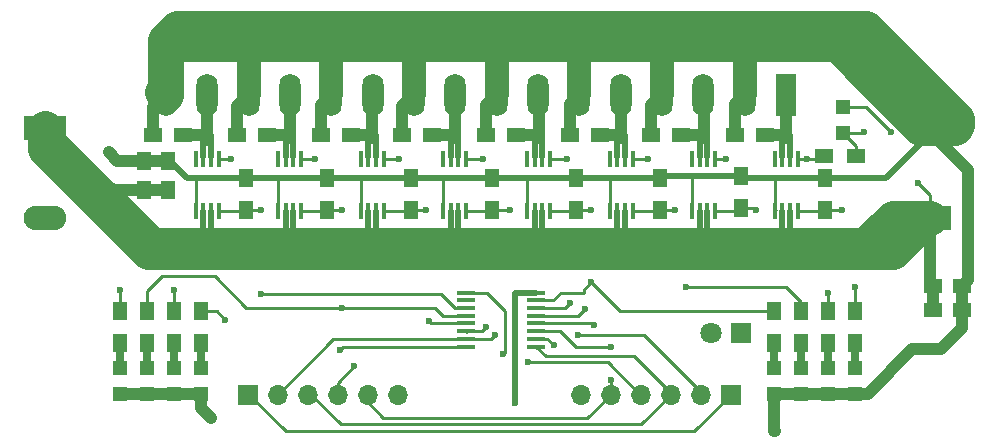
<source format=gbr>
G04 #@! TF.FileFunction,Copper,L1,Top,Signal*
%FSLAX46Y46*%
G04 Gerber Fmt 4.6, Leading zero omitted, Abs format (unit mm)*
G04 Created by KiCad (PCBNEW 4.0.5+dfsg1-4) date Sun Jun 18 22:39:19 2017*
%MOMM*%
%LPD*%
G01*
G04 APERTURE LIST*
%ADD10C,0.100000*%
%ADD11R,1.800000X3.600000*%
%ADD12O,1.800000X3.600000*%
%ADD13R,1.500000X0.450000*%
%ADD14R,0.450000X1.450000*%
%ADD15R,1.700000X1.700000*%
%ADD16O,1.700000X1.700000*%
%ADD17R,3.600000X2.100000*%
%ADD18O,3.600000X2.100000*%
%ADD19R,1.200000X1.200000*%
%ADD20R,1.800000X1.800000*%
%ADD21C,1.800000*%
%ADD22R,1.500000X1.300000*%
%ADD23R,1.250000X1.500000*%
%ADD24R,1.500000X1.250000*%
%ADD25R,1.300000X1.500000*%
%ADD26C,0.600000*%
%ADD27C,0.250000*%
%ADD28C,1.000000*%
%ADD29C,0.500000*%
%ADD30C,3.000000*%
%ADD31C,0.700000*%
%ADD32C,2.000000*%
%ADD33C,1.750000*%
G04 APERTURE END LIST*
D10*
D11*
X83058000Y-23368000D03*
D12*
X79558000Y-23368000D03*
X76058000Y-23368000D03*
X72558000Y-23368000D03*
X69058000Y-23368000D03*
X65558000Y-23368000D03*
X62058000Y-23368000D03*
X58558000Y-23368000D03*
X55058000Y-23368000D03*
X51558000Y-23368000D03*
X48058000Y-23368000D03*
X44558000Y-23368000D03*
X41058000Y-23368000D03*
X37558000Y-23368000D03*
X34058000Y-23368000D03*
X30558000Y-23368000D03*
D13*
X61878000Y-44693000D03*
X61878000Y-44043000D03*
X61878000Y-43393000D03*
X61878000Y-42743000D03*
X61878000Y-42093000D03*
X61878000Y-41443000D03*
X61878000Y-40793000D03*
X61878000Y-40143000D03*
X55978000Y-40143000D03*
X55978000Y-40793000D03*
X55978000Y-41443000D03*
X55978000Y-42093000D03*
X55978000Y-42743000D03*
X55978000Y-43393000D03*
X55978000Y-44043000D03*
X55978000Y-44693000D03*
D14*
X68113000Y-33188000D03*
X68763000Y-33188000D03*
X69413000Y-33188000D03*
X70063000Y-33188000D03*
X70063000Y-28788000D03*
X69413000Y-28788000D03*
X68763000Y-28788000D03*
X68113000Y-28788000D03*
X61128000Y-33188000D03*
X61778000Y-33188000D03*
X62428000Y-33188000D03*
X63078000Y-33188000D03*
X63078000Y-28788000D03*
X62428000Y-28788000D03*
X61778000Y-28788000D03*
X61128000Y-28788000D03*
X54016000Y-33188000D03*
X54666000Y-33188000D03*
X55316000Y-33188000D03*
X55966000Y-33188000D03*
X55966000Y-28788000D03*
X55316000Y-28788000D03*
X54666000Y-28788000D03*
X54016000Y-28788000D03*
X47031000Y-33188000D03*
X47681000Y-33188000D03*
X48331000Y-33188000D03*
X48981000Y-33188000D03*
X48981000Y-28788000D03*
X48331000Y-28788000D03*
X47681000Y-28788000D03*
X47031000Y-28788000D03*
X40046000Y-33188000D03*
X40696000Y-33188000D03*
X41346000Y-33188000D03*
X41996000Y-33188000D03*
X41996000Y-28788000D03*
X41346000Y-28788000D03*
X40696000Y-28788000D03*
X40046000Y-28788000D03*
X33061000Y-33188000D03*
X33711000Y-33188000D03*
X34361000Y-33188000D03*
X35011000Y-33188000D03*
X35011000Y-28788000D03*
X34361000Y-28788000D03*
X33711000Y-28788000D03*
X33061000Y-28788000D03*
X82083000Y-33188000D03*
X82733000Y-33188000D03*
X83383000Y-33188000D03*
X84033000Y-33188000D03*
X84033000Y-28788000D03*
X83383000Y-28788000D03*
X82733000Y-28788000D03*
X82083000Y-28788000D03*
X75098000Y-33188000D03*
X75748000Y-33188000D03*
X76398000Y-33188000D03*
X77048000Y-33188000D03*
X77048000Y-28788000D03*
X76398000Y-28788000D03*
X75748000Y-28788000D03*
X75098000Y-28788000D03*
D15*
X37465000Y-48768000D03*
D16*
X40005000Y-48768000D03*
X42545000Y-48768000D03*
X45085000Y-48768000D03*
X47625000Y-48768000D03*
X50165000Y-48768000D03*
D15*
X78359000Y-48768000D03*
D16*
X75819000Y-48768000D03*
X73279000Y-48768000D03*
X70739000Y-48768000D03*
X68199000Y-48768000D03*
X65659000Y-48768000D03*
D17*
X20320000Y-26162000D03*
D18*
X20320000Y-33782000D03*
D17*
X95250000Y-33782000D03*
D18*
X95250000Y-26162000D03*
D19*
X87884000Y-24427000D03*
X87884000Y-26627000D03*
D20*
X79248000Y-43561000D03*
D21*
X76708000Y-43561000D03*
D22*
X88980000Y-28575000D03*
X86280000Y-28575000D03*
D23*
X30734000Y-28976000D03*
X30734000Y-31476000D03*
D24*
X97960500Y-39560500D03*
X95460500Y-39560500D03*
D23*
X28702000Y-28976000D03*
X28702000Y-31476000D03*
D24*
X97960500Y-41592500D03*
X95460500Y-41592500D03*
X64790000Y-26797000D03*
X67290000Y-26797000D03*
X50566000Y-26797000D03*
X53066000Y-26797000D03*
X36596000Y-26797000D03*
X39096000Y-26797000D03*
X78760000Y-26797000D03*
X81260000Y-26797000D03*
X71648000Y-26797000D03*
X74148000Y-26797000D03*
X57678000Y-26797000D03*
X60178000Y-26797000D03*
X43708000Y-26797000D03*
X46208000Y-26797000D03*
X29484000Y-26797000D03*
X31984000Y-26797000D03*
D19*
X88900000Y-48725000D03*
X88900000Y-46525000D03*
X86614000Y-48725000D03*
X86614000Y-46525000D03*
X84328000Y-48725000D03*
X84328000Y-46525000D03*
X82042000Y-48725000D03*
X82042000Y-46525000D03*
X33528000Y-48725000D03*
X33528000Y-46525000D03*
X31242000Y-48725000D03*
X31242000Y-46525000D03*
X28956000Y-48725000D03*
X28956000Y-46525000D03*
X26670000Y-48725000D03*
X26670000Y-46525000D03*
D25*
X88900000Y-44403000D03*
X88900000Y-41703000D03*
X86614000Y-44403000D03*
X86614000Y-41703000D03*
X84328000Y-44403000D03*
X84328000Y-41703000D03*
X82042000Y-44403000D03*
X82042000Y-41703000D03*
X33528000Y-44403000D03*
X33528000Y-41703000D03*
X31242000Y-44403000D03*
X31242000Y-41703000D03*
X28956000Y-44403000D03*
X28956000Y-41703000D03*
X26670000Y-44403000D03*
X26670000Y-41703000D03*
X86360000Y-33100000D03*
X86360000Y-30400000D03*
X79248000Y-32973000D03*
X79248000Y-30273000D03*
X72390000Y-33100000D03*
X72390000Y-30400000D03*
X65278000Y-33100000D03*
X65278000Y-30400000D03*
X58166000Y-33100000D03*
X58166000Y-30400000D03*
X51308000Y-33100000D03*
X51308000Y-30400000D03*
X44196000Y-33100000D03*
X44196000Y-30400000D03*
X37338000Y-33100000D03*
X37338000Y-30400000D03*
D26*
X46482000Y-46355000D03*
X63373000Y-44577000D03*
X68262500Y-47498000D03*
X68262500Y-44767500D03*
X59118500Y-45339000D03*
X61214000Y-46037500D03*
X65405000Y-43751500D03*
X58420000Y-43688000D03*
X66802000Y-42862500D03*
X88900000Y-39624000D03*
X87757000Y-33147000D03*
X86614000Y-40132000D03*
X66040000Y-41529000D03*
X80518000Y-33147000D03*
X74549000Y-39624000D03*
X73660000Y-33147000D03*
X64770000Y-41021000D03*
X66548000Y-39243000D03*
X66548000Y-33147000D03*
X84836000Y-28829000D03*
X77978000Y-28829000D03*
X71374000Y-28829000D03*
X64516000Y-28829000D03*
X57404000Y-28829000D03*
X50292000Y-28829000D03*
X43180000Y-28829000D03*
X36068000Y-28829000D03*
X93367000Y-45317000D03*
X92668500Y-46015500D03*
X92097000Y-46714000D03*
X91462000Y-47349000D03*
X90827000Y-47984000D03*
X95018000Y-44936000D03*
X94129000Y-44936000D03*
X96161000Y-44936000D03*
X96796000Y-44301000D03*
X97494500Y-43602500D03*
X98066000Y-42777000D03*
X34385250Y-50768250D03*
X60134500Y-49466500D03*
X82105500Y-51879500D03*
X25693000Y-28233000D03*
X95504000Y-24003000D03*
X94488000Y-22987000D03*
X93726000Y-23749000D03*
X92710000Y-22733000D03*
X93472000Y-21971000D03*
X92456000Y-20955000D03*
X91694000Y-21717000D03*
X90424000Y-18923000D03*
X91440000Y-19939000D03*
X90678000Y-20701000D03*
X89662000Y-19685000D03*
X89662000Y-17907000D03*
X88138000Y-17907000D03*
X88138000Y-18923000D03*
X82042000Y-18923000D03*
X82042000Y-17907000D03*
X83566000Y-17907000D03*
X85090000Y-17907000D03*
X86614000Y-17907000D03*
X86614000Y-18923000D03*
X85090000Y-18923000D03*
X83566000Y-18923000D03*
X78994000Y-18923000D03*
X80518000Y-18923000D03*
X82042000Y-18923000D03*
X82042000Y-17907000D03*
X80518000Y-17907000D03*
X78994000Y-17907000D03*
X77470000Y-17907000D03*
X77470000Y-18923000D03*
X72898000Y-18923000D03*
X72898000Y-17907000D03*
X74422000Y-17907000D03*
X75946000Y-17907000D03*
X77470000Y-17907000D03*
X77470000Y-18923000D03*
X75946000Y-18923000D03*
X74422000Y-18923000D03*
X68326000Y-18923000D03*
X68326000Y-17907000D03*
X69850000Y-17907000D03*
X71374000Y-17907000D03*
X72898000Y-17907000D03*
X72898000Y-18923000D03*
X71374000Y-18923000D03*
X69850000Y-18923000D03*
X65278000Y-18923000D03*
X66802000Y-18923000D03*
X68326000Y-18923000D03*
X68326000Y-17907000D03*
X66802000Y-17907000D03*
X65278000Y-17907000D03*
X63754000Y-17907000D03*
X63754000Y-18923000D03*
X59182000Y-18923000D03*
X59182000Y-17907000D03*
X60706000Y-17907000D03*
X62230000Y-17907000D03*
X63754000Y-17907000D03*
X63754000Y-18923000D03*
X62230000Y-18923000D03*
X60706000Y-18923000D03*
X54610000Y-18923000D03*
X54610000Y-17907000D03*
X56134000Y-17907000D03*
X57658000Y-17907000D03*
X59182000Y-17907000D03*
X59182000Y-18923000D03*
X57658000Y-18923000D03*
X56134000Y-18923000D03*
X51562000Y-18923000D03*
X53086000Y-18923000D03*
X54610000Y-18923000D03*
X54610000Y-17907000D03*
X53086000Y-17907000D03*
X51562000Y-17907000D03*
X50038000Y-17907000D03*
X50038000Y-18923000D03*
X45466000Y-18923000D03*
X45466000Y-17907000D03*
X46990000Y-17907000D03*
X48514000Y-17907000D03*
X50038000Y-17907000D03*
X50038000Y-18923000D03*
X48514000Y-18923000D03*
X46990000Y-18923000D03*
X40894000Y-18923000D03*
X40894000Y-17907000D03*
X42418000Y-17907000D03*
X43942000Y-17907000D03*
X45466000Y-17907000D03*
X45466000Y-18923000D03*
X43942000Y-18923000D03*
X42418000Y-18923000D03*
X37846000Y-18923000D03*
X39370000Y-18923000D03*
X40894000Y-18923000D03*
X40894000Y-17907000D03*
X39370000Y-17907000D03*
X37846000Y-17907000D03*
X36322000Y-17907000D03*
X36322000Y-18923000D03*
X31750000Y-18923000D03*
X31750000Y-17907000D03*
X33274000Y-17907000D03*
X34798000Y-17907000D03*
X36322000Y-17907000D03*
X36322000Y-18923000D03*
X34798000Y-18923000D03*
X33274000Y-18923000D03*
X91948000Y-26543000D03*
X94234000Y-30861000D03*
X35560000Y-42418000D03*
X59690000Y-33147000D03*
X57658000Y-43053000D03*
X31242000Y-39878000D03*
X52832000Y-42545000D03*
X52578000Y-33147000D03*
X45466000Y-33147000D03*
X45466000Y-41402000D03*
X26670000Y-39878000D03*
X38608000Y-40259000D03*
X38608000Y-33147000D03*
X45275500Y-44958000D03*
X89662000Y-26543000D03*
D27*
X42545000Y-48768000D02*
X42862500Y-48768000D01*
X42862500Y-48768000D02*
X45339000Y-51244500D01*
X45339000Y-51244500D02*
X70802500Y-51244500D01*
X70802500Y-51244500D02*
X73279000Y-48768000D01*
X73279000Y-48768000D02*
X73279000Y-48641000D01*
X73279000Y-48641000D02*
X70167500Y-45529500D01*
X70167500Y-45529500D02*
X62714500Y-45529500D01*
X62714500Y-45529500D02*
X61878000Y-44693000D01*
X61878000Y-44043000D02*
X62839000Y-44043000D01*
X45085000Y-47752000D02*
X45085000Y-48768000D01*
X46482000Y-46355000D02*
X45085000Y-47752000D01*
X62839000Y-44043000D02*
X63373000Y-44577000D01*
X61878000Y-43393000D02*
X63903500Y-43393000D01*
X68199000Y-47561500D02*
X68199000Y-48768000D01*
X68262500Y-47498000D02*
X68199000Y-47561500D01*
X65278000Y-44767500D02*
X68262500Y-44767500D01*
X63903500Y-43393000D02*
X65278000Y-44767500D01*
X47625000Y-48768000D02*
X47625000Y-49403000D01*
X47625000Y-49403000D02*
X48958500Y-50736500D01*
X66230500Y-50736500D02*
X68199000Y-48768000D01*
X48958500Y-50736500D02*
X66230500Y-50736500D01*
X68199000Y-48768000D02*
X68199000Y-48387000D01*
X47625000Y-48768000D02*
X47625000Y-48387000D01*
X70739000Y-48768000D02*
X70675500Y-48768000D01*
X70675500Y-48768000D02*
X67945000Y-46037500D01*
X57732500Y-40143000D02*
X55978000Y-40143000D01*
X59245500Y-41656000D02*
X57732500Y-40143000D01*
X59245500Y-45212000D02*
X59245500Y-41656000D01*
X59118500Y-45339000D02*
X59245500Y-45212000D01*
X67945000Y-46037500D02*
X61214000Y-46037500D01*
X70739000Y-48768000D02*
X70739000Y-48577500D01*
X55978000Y-40143000D02*
X55978000Y-40034000D01*
X75819000Y-48768000D02*
X75819000Y-48514000D01*
X75819000Y-48514000D02*
X71056500Y-43751500D01*
X71056500Y-43751500D02*
X65405000Y-43751500D01*
X58420000Y-43688000D02*
X58065000Y-44043000D01*
X58065000Y-44043000D02*
X55978000Y-44043000D01*
X55978000Y-44043000D02*
X44730000Y-44043000D01*
X44730000Y-44043000D02*
X40005000Y-48768000D01*
X84033000Y-33188000D02*
X86272000Y-33188000D01*
X66682500Y-42743000D02*
X61878000Y-42743000D01*
X66802000Y-42862500D02*
X66682500Y-42743000D01*
X86360000Y-33100000D02*
X87710000Y-33100000D01*
X88900000Y-39624000D02*
X88900000Y-41703000D01*
X87710000Y-33100000D02*
X87757000Y-33147000D01*
X86272000Y-33188000D02*
X86360000Y-33100000D01*
X77048000Y-33188000D02*
X79033000Y-33188000D01*
X86614000Y-41703000D02*
X86614000Y-40132000D01*
X61878000Y-42093000D02*
X65476000Y-42093000D01*
X65476000Y-42093000D02*
X66040000Y-41529000D01*
X80518000Y-33147000D02*
X80344000Y-32973000D01*
X80344000Y-32973000D02*
X79248000Y-32973000D01*
X79033000Y-33188000D02*
X79248000Y-32973000D01*
X70063000Y-33188000D02*
X71015000Y-33188000D01*
X71015000Y-33188000D02*
X72302000Y-33188000D01*
X84328000Y-41703000D02*
X84328000Y-40894000D01*
X83058000Y-39624000D02*
X74549000Y-39624000D01*
X84328000Y-40894000D02*
X83058000Y-39624000D01*
X73613000Y-33100000D02*
X72390000Y-33100000D01*
X73660000Y-33147000D02*
X73613000Y-33100000D01*
X61878000Y-41443000D02*
X64348000Y-41443000D01*
X64348000Y-41443000D02*
X64770000Y-41021000D01*
X72302000Y-33188000D02*
X72390000Y-33100000D01*
X63078000Y-33188000D02*
X65190000Y-33188000D01*
X82042000Y-41703000D02*
X69008000Y-41703000D01*
X69008000Y-41703000D02*
X66548000Y-39243000D01*
X65913000Y-40132000D02*
X65913000Y-39878000D01*
X66548000Y-39243000D02*
X65913000Y-39878000D01*
X66501000Y-33100000D02*
X66548000Y-33147000D01*
X66501000Y-33100000D02*
X65278000Y-33100000D01*
X65190000Y-33188000D02*
X65278000Y-33100000D01*
X63347000Y-40793000D02*
X61878000Y-40793000D01*
X64008000Y-40132000D02*
X63347000Y-40793000D01*
X64811000Y-33188000D02*
X64897000Y-33274000D01*
X64008000Y-40132000D02*
X65913000Y-40132000D01*
X84836000Y-28829000D02*
X86026000Y-28829000D01*
X86026000Y-28829000D02*
X86280000Y-28575000D01*
X84795000Y-28788000D02*
X84033000Y-28788000D01*
X84836000Y-28829000D02*
X84795000Y-28788000D01*
X77937000Y-28788000D02*
X77048000Y-28788000D01*
X77978000Y-28829000D02*
X77937000Y-28788000D01*
X71333000Y-28788000D02*
X70063000Y-28788000D01*
X71374000Y-28829000D02*
X71333000Y-28788000D01*
X64475000Y-28788000D02*
X63078000Y-28788000D01*
X64516000Y-28829000D02*
X64475000Y-28788000D01*
X57363000Y-28788000D02*
X55966000Y-28788000D01*
X57404000Y-28829000D02*
X57363000Y-28788000D01*
X50251000Y-28788000D02*
X48981000Y-28788000D01*
X50292000Y-28829000D02*
X50251000Y-28788000D01*
X35011000Y-28788000D02*
X36027000Y-28788000D01*
X43139000Y-28788000D02*
X41996000Y-28788000D01*
X43180000Y-28829000D02*
X43139000Y-28788000D01*
X36027000Y-28788000D02*
X36068000Y-28829000D01*
D28*
X67290000Y-26797000D02*
X69110000Y-26797000D01*
X69110000Y-26521000D02*
X69110000Y-26797000D01*
X69110000Y-26797000D02*
X69110000Y-27029000D01*
X69110000Y-27029000D02*
X69088000Y-27051000D01*
D29*
X69413000Y-28661000D02*
X69413000Y-26824000D01*
X69413000Y-26824000D02*
X69110000Y-26521000D01*
X68763000Y-28661000D02*
X68763000Y-26868000D01*
X68763000Y-26868000D02*
X69110000Y-26521000D01*
D28*
X69110000Y-23241000D02*
X69110000Y-26521000D01*
X60178000Y-26797000D02*
X62125000Y-26797000D01*
X62125000Y-26521000D02*
X62125000Y-26797000D01*
X62125000Y-26797000D02*
X62125000Y-27029000D01*
X62125000Y-27029000D02*
X62103000Y-27051000D01*
X62125000Y-23241000D02*
X62125000Y-26521000D01*
D29*
X61778000Y-26868000D02*
X62125000Y-26521000D01*
X61778000Y-28661000D02*
X61778000Y-26868000D01*
X62428000Y-26824000D02*
X62125000Y-26521000D01*
X62428000Y-28661000D02*
X62428000Y-26824000D01*
D28*
X53066000Y-26797000D02*
X55013000Y-26797000D01*
X55013000Y-26521000D02*
X55013000Y-26797000D01*
X55013000Y-26797000D02*
X55013000Y-27029000D01*
X55013000Y-27029000D02*
X54991000Y-27051000D01*
D29*
X55316000Y-28661000D02*
X55316000Y-26824000D01*
X55316000Y-26824000D02*
X55013000Y-26521000D01*
X54666000Y-28661000D02*
X54666000Y-26868000D01*
X54666000Y-26868000D02*
X55013000Y-26521000D01*
D28*
X55013000Y-23241000D02*
X55013000Y-26521000D01*
X46208000Y-26797000D02*
X48028000Y-26797000D01*
X48028000Y-26521000D02*
X48028000Y-26797000D01*
X48028000Y-26797000D02*
X48028000Y-27029000D01*
X48028000Y-27029000D02*
X48006000Y-27051000D01*
X48028000Y-23241000D02*
X48028000Y-26521000D01*
D29*
X47681000Y-26868000D02*
X48028000Y-26521000D01*
X47681000Y-28661000D02*
X47681000Y-26868000D01*
X48331000Y-26824000D02*
X48028000Y-26521000D01*
X48331000Y-28661000D02*
X48331000Y-26824000D01*
D28*
X39096000Y-26797000D02*
X41043000Y-26797000D01*
X41043000Y-26797000D02*
X41043000Y-27029000D01*
X41043000Y-26521000D02*
X41043000Y-27029000D01*
X41043000Y-27029000D02*
X41021000Y-27051000D01*
X41043000Y-23241000D02*
X41043000Y-26521000D01*
D29*
X40696000Y-26868000D02*
X41043000Y-26521000D01*
X40696000Y-28661000D02*
X40696000Y-26868000D01*
X41346000Y-26824000D02*
X41043000Y-26521000D01*
X41346000Y-28661000D02*
X41346000Y-26824000D01*
D28*
X31984000Y-26797000D02*
X33931000Y-26797000D01*
X33931000Y-26797000D02*
X34058000Y-26924000D01*
X34058000Y-26924000D02*
X34058000Y-27156000D01*
X34058000Y-26521000D02*
X34058000Y-26924000D01*
X34058000Y-27156000D02*
X34036000Y-27178000D01*
X34058000Y-23241000D02*
X34058000Y-26521000D01*
D29*
X34361000Y-28661000D02*
X34361000Y-26824000D01*
X34361000Y-26824000D02*
X34058000Y-26521000D01*
X33711000Y-28661000D02*
X33711000Y-26868000D01*
X33711000Y-26868000D02*
X34058000Y-26521000D01*
D28*
X81260000Y-26797000D02*
X83080000Y-26797000D01*
X83080000Y-26521000D02*
X83080000Y-26797000D01*
X83080000Y-26797000D02*
X83080000Y-27029000D01*
X83080000Y-27029000D02*
X83058000Y-27051000D01*
X83080000Y-23241000D02*
X83080000Y-26521000D01*
D29*
X82733000Y-26868000D02*
X83080000Y-26521000D01*
X82733000Y-28661000D02*
X82733000Y-26868000D01*
X83383000Y-26824000D02*
X83080000Y-26521000D01*
X83383000Y-28661000D02*
X83383000Y-26824000D01*
D28*
X74148000Y-26797000D02*
X76095000Y-26797000D01*
X76095000Y-26521000D02*
X76095000Y-26797000D01*
X76095000Y-26797000D02*
X76095000Y-27029000D01*
X76095000Y-27029000D02*
X76073000Y-27051000D01*
D29*
X76398000Y-28661000D02*
X76398000Y-26824000D01*
X76398000Y-26824000D02*
X76095000Y-26521000D01*
X75748000Y-28661000D02*
X75748000Y-26868000D01*
X75748000Y-26868000D02*
X76095000Y-26521000D01*
D28*
X76095000Y-23241000D02*
X76095000Y-26521000D01*
D27*
X93367000Y-45317000D02*
X93748000Y-44936000D01*
X92668500Y-46142500D02*
X92668500Y-46015500D01*
X92097000Y-46714000D02*
X92668500Y-46142500D01*
X90890500Y-47920500D02*
X91462000Y-47349000D01*
X90763500Y-47920500D02*
X90890500Y-47920500D01*
X90827000Y-47984000D02*
X90763500Y-47920500D01*
X93748000Y-44936000D02*
X94129000Y-44936000D01*
X95018000Y-44936000D02*
X96161000Y-44936000D01*
X96796000Y-44301000D02*
X97494500Y-43602500D01*
X98066000Y-42777000D02*
X97960500Y-42777000D01*
D28*
X88900000Y-48725000D02*
X89959000Y-48725000D01*
X89959000Y-48725000D02*
X93748000Y-44936000D01*
X97960500Y-43136500D02*
X97960500Y-42777000D01*
X97960500Y-42777000D02*
X97960500Y-41592500D01*
X96161000Y-44936000D02*
X97960500Y-43136500D01*
X93748000Y-44936000D02*
X96161000Y-44936000D01*
X82042000Y-48725000D02*
X84328000Y-48725000D01*
X84328000Y-48725000D02*
X86614000Y-48725000D01*
X86614000Y-48725000D02*
X88900000Y-48725000D01*
X28956000Y-48725000D02*
X26670000Y-48725000D01*
X33528000Y-48725000D02*
X31242000Y-48725000D01*
X31242000Y-48725000D02*
X28956000Y-48725000D01*
D27*
X82083000Y-33188000D02*
X82083000Y-30400000D01*
X75098000Y-33188000D02*
X75098000Y-30273000D01*
X68113000Y-33188000D02*
X68113000Y-30400000D01*
X61128000Y-33188000D02*
X61128000Y-30400000D01*
X54016000Y-33188000D02*
X54016000Y-30400000D01*
X47031000Y-33188000D02*
X47031000Y-30400000D01*
X33061000Y-33188000D02*
X33061000Y-30400000D01*
X40046000Y-33188000D02*
X40046000Y-30400000D01*
D29*
X37338000Y-30400000D02*
X33061000Y-30400000D01*
X33061000Y-30400000D02*
X32349000Y-30400000D01*
X32349000Y-30400000D02*
X30925000Y-28976000D01*
X30925000Y-28976000D02*
X30734000Y-28976000D01*
X37338000Y-30400000D02*
X40046000Y-30400000D01*
X40046000Y-30400000D02*
X44196000Y-30400000D01*
X51308000Y-30400000D02*
X47031000Y-30400000D01*
X47031000Y-30400000D02*
X44196000Y-30400000D01*
X58166000Y-30400000D02*
X54016000Y-30400000D01*
X54016000Y-30400000D02*
X51308000Y-30400000D01*
X65278000Y-30400000D02*
X61128000Y-30400000D01*
X61128000Y-30400000D02*
X58166000Y-30400000D01*
X72390000Y-30400000D02*
X68113000Y-30400000D01*
X68113000Y-30400000D02*
X65278000Y-30400000D01*
X79248000Y-30273000D02*
X75098000Y-30273000D01*
X75098000Y-30273000D02*
X72517000Y-30273000D01*
X72517000Y-30273000D02*
X72390000Y-30400000D01*
X86360000Y-30400000D02*
X82083000Y-30400000D01*
X82083000Y-30400000D02*
X79375000Y-30400000D01*
X79375000Y-30400000D02*
X79248000Y-30273000D01*
X86360000Y-30400000D02*
X91520000Y-30400000D01*
X91520000Y-30400000D02*
X95250000Y-26670000D01*
X95250000Y-26670000D02*
X95250000Y-26162000D01*
D28*
X33528000Y-48725000D02*
X33528000Y-49911000D01*
X33528000Y-49911000D02*
X34385250Y-50768250D01*
D30*
X95250000Y-26162000D02*
X97345500Y-26162000D01*
X97345500Y-26162000D02*
X97536000Y-25971500D01*
X95250000Y-26162000D02*
X94424500Y-26162000D01*
X94424500Y-26162000D02*
X87376000Y-19113500D01*
X31496000Y-19113500D02*
X30480000Y-19113500D01*
X87376000Y-19113500D02*
X31496000Y-19113500D01*
X97536000Y-25844500D02*
X97536000Y-25971500D01*
X97536000Y-25971500D02*
X97536000Y-25463500D01*
X97536000Y-25463500D02*
X89789000Y-17716500D01*
X89789000Y-17716500D02*
X31496000Y-17716500D01*
X31496000Y-17716500D02*
X30480000Y-18732500D01*
X30480000Y-18732500D02*
X30480000Y-19113500D01*
X30480000Y-19113500D02*
X30480000Y-22923500D01*
X30480000Y-22923500D02*
X30226000Y-23177500D01*
X30226000Y-23177500D02*
X30558000Y-23368000D01*
D29*
X61878000Y-40143000D02*
X60123500Y-40143000D01*
X60134500Y-40154000D02*
X60134500Y-49466500D01*
X60123500Y-40143000D02*
X60134500Y-40154000D01*
D28*
X82042000Y-48725000D02*
X82042000Y-51816000D01*
X82042000Y-51816000D02*
X82105500Y-51879500D01*
X28702000Y-28976000D02*
X30734000Y-28976000D01*
X26436000Y-28976000D02*
X28702000Y-28976000D01*
X25693000Y-28233000D02*
X26436000Y-28976000D01*
X95250000Y-26162000D02*
X95250000Y-26543000D01*
X95250000Y-26543000D02*
X98488500Y-29781500D01*
X98488500Y-29781500D02*
X98488500Y-39032500D01*
X98488500Y-39032500D02*
X97960500Y-39560500D01*
X97960500Y-39560500D02*
X97960500Y-41592500D01*
D31*
X33571000Y-48768000D02*
X33528000Y-48725000D01*
D29*
X90678000Y-20701000D02*
X91694000Y-21717000D01*
X94488000Y-22987000D02*
X95504000Y-24003000D01*
X92710000Y-22733000D02*
X93726000Y-23749000D01*
X92456000Y-20955000D02*
X93472000Y-21971000D01*
X90424000Y-18923000D02*
X90424000Y-19431000D01*
X90678000Y-20701000D02*
X91440000Y-19939000D01*
X89662000Y-17907000D02*
X89662000Y-19685000D01*
X88138000Y-18923000D02*
X88138000Y-17907000D01*
X85090000Y-17907000D02*
X83566000Y-17907000D01*
X86614000Y-18923000D02*
X86614000Y-17907000D01*
X83566000Y-18923000D02*
X85090000Y-18923000D01*
X78994000Y-18923000D02*
X80518000Y-18923000D01*
X82042000Y-18923000D02*
X82042000Y-17907000D01*
X80518000Y-17907000D02*
X78994000Y-17907000D01*
X75946000Y-17907000D02*
X74422000Y-17907000D01*
X77470000Y-18923000D02*
X77470000Y-17907000D01*
X74422000Y-18923000D02*
X75946000Y-18923000D01*
X71374000Y-17907000D02*
X69850000Y-17907000D01*
X72898000Y-18923000D02*
X72898000Y-17907000D01*
X69850000Y-18923000D02*
X71374000Y-18923000D01*
X65278000Y-18923000D02*
X66802000Y-18923000D01*
X68326000Y-18923000D02*
X68326000Y-17907000D01*
X66802000Y-17907000D02*
X65278000Y-17907000D01*
X62230000Y-17907000D02*
X60706000Y-17907000D01*
X63754000Y-18923000D02*
X63754000Y-17907000D01*
X60706000Y-18923000D02*
X62230000Y-18923000D01*
X57658000Y-17907000D02*
X56134000Y-17907000D01*
X59182000Y-18923000D02*
X59182000Y-17907000D01*
X56134000Y-18923000D02*
X57658000Y-18923000D01*
X51562000Y-18923000D02*
X53086000Y-18923000D01*
X54610000Y-18923000D02*
X54610000Y-17907000D01*
X53086000Y-17907000D02*
X51562000Y-17907000D01*
X48514000Y-17907000D02*
X46990000Y-17907000D01*
X50038000Y-18923000D02*
X50038000Y-17907000D01*
X46990000Y-18923000D02*
X48514000Y-18923000D01*
X43942000Y-17907000D02*
X42418000Y-17907000D01*
X45466000Y-18923000D02*
X45466000Y-17907000D01*
X42418000Y-18923000D02*
X43942000Y-18923000D01*
X37846000Y-18923000D02*
X39370000Y-18923000D01*
X40894000Y-18923000D02*
X40894000Y-17907000D01*
X39370000Y-17907000D02*
X37846000Y-17907000D01*
X34798000Y-17907000D02*
X33274000Y-17907000D01*
X36322000Y-18923000D02*
X36322000Y-17907000D01*
X33274000Y-18923000D02*
X34798000Y-18923000D01*
D32*
X79558000Y-23368000D02*
X79558000Y-18415000D01*
X72558000Y-23368000D02*
X72558000Y-18415000D01*
X65558000Y-23368000D02*
X65558000Y-18415000D01*
X58558000Y-23368000D02*
X58558000Y-18415000D01*
X51558000Y-23368000D02*
X51558000Y-18415000D01*
X44558000Y-23368000D02*
X44558000Y-18415000D01*
X37558000Y-23368000D02*
X37558000Y-18415000D01*
D28*
X29484000Y-24442000D02*
X30558000Y-23368000D01*
D30*
X95250000Y-26162000D02*
X95250000Y-24257000D01*
X95250000Y-24257000D02*
X90424000Y-19431000D01*
X90424000Y-19431000D02*
X89408000Y-18415000D01*
X89408000Y-18415000D02*
X79558000Y-18415000D01*
X79558000Y-18415000D02*
X72558000Y-18415000D01*
X72558000Y-18415000D02*
X65558000Y-18415000D01*
X65558000Y-18415000D02*
X58558000Y-18415000D01*
X58558000Y-18415000D02*
X51558000Y-18415000D01*
X51558000Y-18415000D02*
X44558000Y-18415000D01*
X44558000Y-18415000D02*
X37558000Y-18415000D01*
X30558000Y-19861000D02*
X30558000Y-23368000D01*
X37558000Y-18415000D02*
X32004000Y-18415000D01*
X32004000Y-18415000D02*
X30558000Y-19861000D01*
D28*
X29484000Y-26797000D02*
X29484000Y-24442000D01*
X36596000Y-26797000D02*
X36596000Y-24330000D01*
X36596000Y-24330000D02*
X37558000Y-23368000D01*
X43708000Y-26797000D02*
X43708000Y-24218000D01*
X43708000Y-24218000D02*
X44558000Y-23368000D01*
X50566000Y-26797000D02*
X50566000Y-24360000D01*
X50566000Y-24360000D02*
X51558000Y-23368000D01*
X57678000Y-26797000D02*
X57678000Y-24248000D01*
X57678000Y-24248000D02*
X58558000Y-23368000D01*
X64790000Y-26797000D02*
X64790000Y-24136000D01*
X64790000Y-24136000D02*
X65558000Y-23368000D01*
X71648000Y-26797000D02*
X71648000Y-24278000D01*
X71648000Y-24278000D02*
X72558000Y-23368000D01*
X78760000Y-26797000D02*
X78760000Y-24166000D01*
X78760000Y-24166000D02*
X79558000Y-23368000D01*
D27*
X79121000Y-30400000D02*
X79248000Y-30273000D01*
X30734000Y-23544000D02*
X30558000Y-23368000D01*
X82169000Y-33102000D02*
X82083000Y-33188000D01*
X75057000Y-33147000D02*
X75098000Y-33188000D01*
X68072000Y-33147000D02*
X68113000Y-33188000D01*
X61087000Y-33147000D02*
X61128000Y-33188000D01*
X53975000Y-33147000D02*
X54016000Y-33188000D01*
X46990000Y-33147000D02*
X47031000Y-33188000D01*
X40005000Y-33147000D02*
X40046000Y-33188000D01*
D30*
X82296000Y-36703000D02*
X92138500Y-36703000D01*
X92138500Y-36703000D02*
X94996000Y-33845500D01*
X94996000Y-33845500D02*
X95250000Y-33782000D01*
X92075000Y-33782000D02*
X95250000Y-33782000D01*
X89154000Y-36703000D02*
X92075000Y-33782000D01*
X29019500Y-36703000D02*
X82296000Y-36703000D01*
X82296000Y-36703000D02*
X89154000Y-36703000D01*
X20320000Y-28003500D02*
X29019500Y-36703000D01*
X20320000Y-26162000D02*
X20320000Y-28003500D01*
D28*
X28702000Y-31476000D02*
X30734000Y-31476000D01*
X28702000Y-31476000D02*
X25380000Y-31476000D01*
X25380000Y-31476000D02*
X25336500Y-31432500D01*
X95460500Y-41592500D02*
X95460500Y-39560500D01*
X95460500Y-39560500D02*
X95250000Y-39350000D01*
X95250000Y-39350000D02*
X95250000Y-33782000D01*
D27*
X87884000Y-24427000D02*
X89832000Y-24427000D01*
X89832000Y-24427000D02*
X91948000Y-26543000D01*
X94234000Y-30861000D02*
X95250000Y-31877000D01*
X95250000Y-31877000D02*
X95250000Y-33782000D01*
D32*
X33020000Y-35687000D02*
X90932000Y-35687000D01*
X29591000Y-35687000D02*
X33020000Y-35687000D01*
X20320000Y-26416000D02*
X25336500Y-31432500D01*
X25336500Y-31432500D02*
X29591000Y-35687000D01*
X90932000Y-35687000D02*
X92837000Y-33782000D01*
X92837000Y-33782000D02*
X95250000Y-33782000D01*
D27*
X95504000Y-34036000D02*
X95250000Y-33782000D01*
D28*
X20320000Y-26162000D02*
X20320000Y-26416000D01*
D33*
X90932000Y-35687000D02*
X95250000Y-33782000D01*
X95250000Y-33782000D02*
X95250000Y-33909000D01*
D29*
X83383000Y-34671000D02*
X83383000Y-35123000D01*
X91440000Y-35306000D02*
X95250000Y-33909000D01*
X83566000Y-35306000D02*
X91440000Y-35306000D01*
X83383000Y-35123000D02*
X83566000Y-35306000D01*
X82677000Y-35179000D02*
X83383000Y-35179000D01*
X83383000Y-35235000D02*
X83383000Y-34671000D01*
X83383000Y-34671000D02*
X83383000Y-33188000D01*
X83383000Y-35179000D02*
X83383000Y-35235000D01*
X76398000Y-35179000D02*
X82677000Y-35179000D01*
X82677000Y-35179000D02*
X82733000Y-35179000D01*
X82733000Y-35235000D02*
X82733000Y-33188000D01*
X82733000Y-35179000D02*
X82733000Y-35235000D01*
X75748000Y-35179000D02*
X76398000Y-35179000D01*
X76398000Y-35235000D02*
X76398000Y-33188000D01*
X76398000Y-35179000D02*
X76398000Y-35235000D01*
X69413000Y-35179000D02*
X75748000Y-35179000D01*
X75748000Y-35235000D02*
X75748000Y-33188000D01*
X75748000Y-35179000D02*
X75748000Y-35235000D01*
X68763000Y-35179000D02*
X69413000Y-35179000D01*
X69413000Y-35235000D02*
X69413000Y-33188000D01*
X69413000Y-35179000D02*
X69413000Y-35235000D01*
X62428000Y-35179000D02*
X68763000Y-35179000D01*
X68763000Y-35235000D02*
X68763000Y-33188000D01*
X68763000Y-35179000D02*
X68763000Y-35235000D01*
X61722000Y-35179000D02*
X62428000Y-35179000D01*
X62428000Y-35235000D02*
X62428000Y-33188000D01*
X62428000Y-35179000D02*
X62428000Y-35235000D01*
X55245000Y-35179000D02*
X61722000Y-35179000D01*
X61722000Y-35179000D02*
X61778000Y-35179000D01*
X61778000Y-35235000D02*
X61778000Y-33188000D01*
X61778000Y-35179000D02*
X61778000Y-35235000D01*
X54666000Y-35179000D02*
X55245000Y-35179000D01*
X55245000Y-35179000D02*
X55316000Y-35179000D01*
X48275000Y-35179000D02*
X54666000Y-35179000D01*
X54666000Y-35179000D02*
X54666000Y-35235000D01*
X47625000Y-35179000D02*
X48275000Y-35179000D01*
X48275000Y-35179000D02*
X48331000Y-35235000D01*
X41275000Y-35179000D02*
X47625000Y-35179000D01*
X47625000Y-35179000D02*
X47681000Y-35235000D01*
X40640000Y-35179000D02*
X41275000Y-35179000D01*
X41275000Y-35179000D02*
X41290000Y-35179000D01*
X41290000Y-35179000D02*
X41346000Y-35235000D01*
X34290000Y-35179000D02*
X40640000Y-35179000D01*
X40640000Y-35179000D02*
X40696000Y-35235000D01*
X33711000Y-35179000D02*
X34290000Y-35179000D01*
X34290000Y-35179000D02*
X34361000Y-35179000D01*
X34361000Y-35179000D02*
X34361000Y-35235000D01*
X47681000Y-35235000D02*
X47688500Y-35242500D01*
X47681000Y-33188000D02*
X47681000Y-35235000D01*
X48331000Y-35235000D02*
X48323500Y-35242500D01*
X48331000Y-33188000D02*
X48331000Y-35235000D01*
X55316000Y-33188000D02*
X55316000Y-35179000D01*
X55316000Y-35179000D02*
X55316000Y-35235000D01*
X55316000Y-35235000D02*
X55308500Y-35242500D01*
X54666000Y-33188000D02*
X54666000Y-35235000D01*
X54666000Y-35235000D02*
X54673500Y-35242500D01*
X40696000Y-35235000D02*
X40703500Y-35242500D01*
X40696000Y-33188000D02*
X40696000Y-35235000D01*
X41346000Y-35235000D02*
X41338500Y-35242500D01*
X41346000Y-33188000D02*
X41346000Y-35235000D01*
X34361000Y-33188000D02*
X34361000Y-35235000D01*
X34361000Y-35235000D02*
X34353500Y-35242500D01*
X33711000Y-33188000D02*
X33711000Y-35179000D01*
X33711000Y-35179000D02*
X33711000Y-35235000D01*
X33711000Y-35235000D02*
X33718500Y-35242500D01*
D27*
X55966000Y-33188000D02*
X58078000Y-33188000D01*
X34845000Y-41703000D02*
X33528000Y-41703000D01*
X35560000Y-42418000D02*
X34845000Y-41703000D01*
X59690000Y-33147000D02*
X59643000Y-33100000D01*
X59643000Y-33100000D02*
X58166000Y-33100000D01*
X55978000Y-43393000D02*
X57318000Y-43393000D01*
X57318000Y-43393000D02*
X57658000Y-43053000D01*
X56007000Y-43434000D02*
X55978000Y-43393000D01*
X58078000Y-33188000D02*
X58166000Y-33100000D01*
X48981000Y-33188000D02*
X51220000Y-33188000D01*
X31242000Y-39878000D02*
X31242000Y-41703000D01*
X52578000Y-33147000D02*
X52531000Y-33100000D01*
X52531000Y-33100000D02*
X51308000Y-33100000D01*
X55978000Y-42743000D02*
X53030000Y-42743000D01*
X31242000Y-41703000D02*
X31242000Y-41275000D01*
X53030000Y-42743000D02*
X52832000Y-42545000D01*
X51220000Y-33188000D02*
X51308000Y-33100000D01*
X41996000Y-33188000D02*
X44108000Y-33188000D01*
X28956000Y-41703000D02*
X28956000Y-40005000D01*
X37338000Y-41402000D02*
X45466000Y-41402000D01*
X34671000Y-38735000D02*
X37338000Y-41402000D01*
X30226000Y-38735000D02*
X34671000Y-38735000D01*
X28956000Y-40005000D02*
X30226000Y-38735000D01*
X55978000Y-42093000D02*
X54031000Y-42093000D01*
X54031000Y-42093000D02*
X53340000Y-41402000D01*
X53340000Y-41402000D02*
X45466000Y-41402000D01*
X45419000Y-33100000D02*
X44196000Y-33100000D01*
X45466000Y-33147000D02*
X45419000Y-33100000D01*
X28956000Y-41703000D02*
X28956000Y-41529000D01*
X44108000Y-33188000D02*
X44196000Y-33100000D01*
X35011000Y-33188000D02*
X37250000Y-33188000D01*
X26670000Y-39878000D02*
X26670000Y-41703000D01*
X38608000Y-33147000D02*
X38561000Y-33100000D01*
X38561000Y-33100000D02*
X37338000Y-33100000D01*
X26670000Y-41703000D02*
X26670000Y-41529000D01*
X55978000Y-41443000D02*
X55032000Y-41443000D01*
X53848000Y-40259000D02*
X38608000Y-40259000D01*
X55032000Y-41443000D02*
X53848000Y-40259000D01*
X37250000Y-33188000D02*
X37338000Y-33100000D01*
X37465000Y-48768000D02*
X37592000Y-48768000D01*
X37592000Y-48768000D02*
X40703500Y-51879500D01*
X75247500Y-51879500D02*
X78359000Y-48768000D01*
X40703500Y-51879500D02*
X75247500Y-51879500D01*
X55978000Y-44693000D02*
X45540500Y-44693000D01*
X45540500Y-44693000D02*
X45275500Y-44958000D01*
X89578000Y-26627000D02*
X87884000Y-26627000D01*
X89662000Y-26543000D02*
X89578000Y-26627000D01*
X88980000Y-28575000D02*
X88980000Y-27723000D01*
X88980000Y-27723000D02*
X87884000Y-26627000D01*
D31*
X88900000Y-46525000D02*
X88900000Y-44403000D01*
X86614000Y-46525000D02*
X86614000Y-44403000D01*
X84328000Y-46525000D02*
X84328000Y-44403000D01*
X82042000Y-46525000D02*
X82042000Y-44403000D01*
X33528000Y-46525000D02*
X33528000Y-44403000D01*
X31242000Y-46525000D02*
X31242000Y-44403000D01*
X28956000Y-46525000D02*
X28956000Y-44403000D01*
X26670000Y-46525000D02*
X26670000Y-44403000D01*
M02*

</source>
